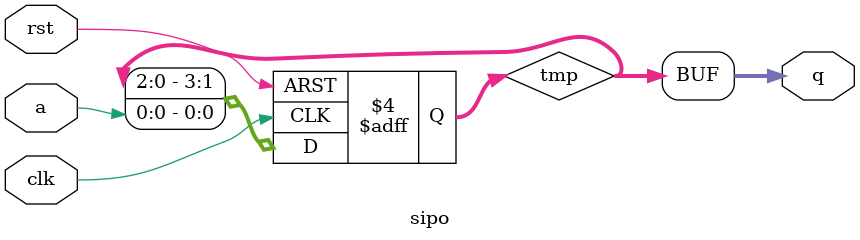
<source format=v>
module sipo(clk,rst,a,q);
	input a;
	input clk,rst;
	output [3:0]q;
	wire [3:0]q;
	reg [3:0]tmp;
	always@(posedge clk,posedge rst)
	begin
		if (rst==1)
			tmp=0;
		else
		begin
			tmp=tmp<<1;
			tmp[0]=a;
		end
	end
	assign q=tmp;
endmodule

</source>
